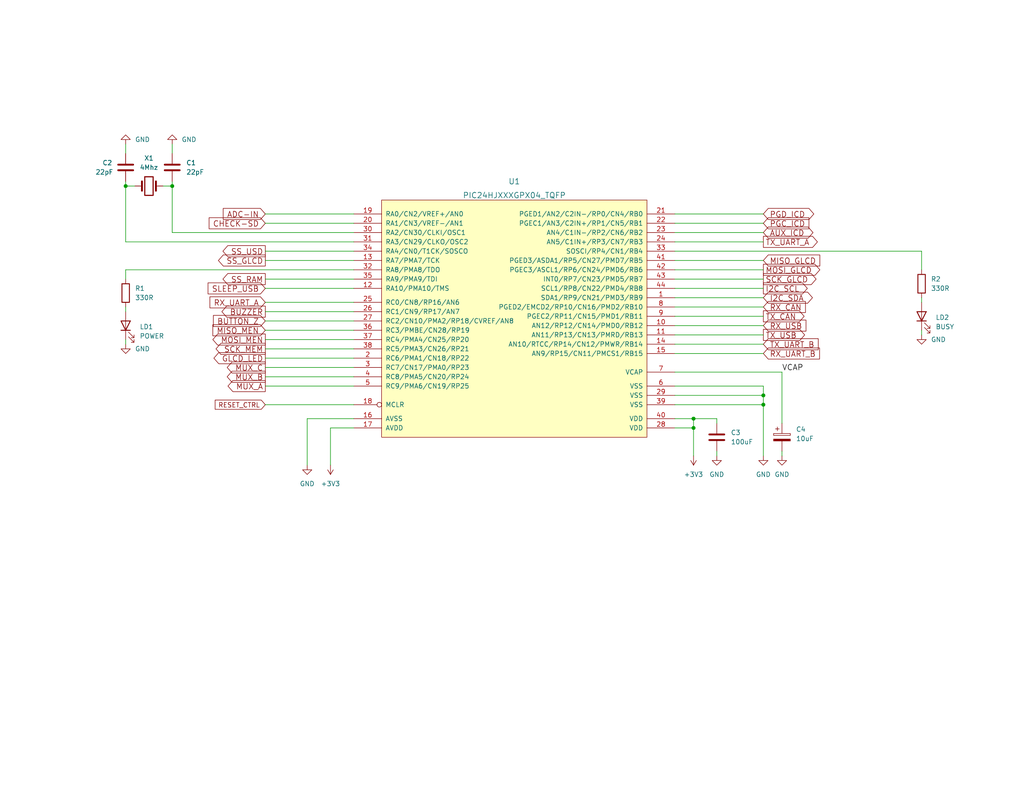
<source format=kicad_sch>
(kicad_sch (version 20230121) (generator eeschema)
  (paper "USLetter")
  (title_block (title "GAME//CAT Rev.B") (date "2022-08-04") (rev "3.5") (company "xDNA Electronics & Design") (comment 1 "MCU: PIC24HJ128GP504"))
  (lib_symbols
    (symbol "Device:C" (pin_numbers hide) (pin_names (offset 0.254))
      (property "Reference" "C" (at 0.635 2.54 0))
      (property "Value" "C" (at 0.635 -2.54 0))
      (symbol "C_0_1"
        (polyline (pts (xy -2.032 -0.762) (xy 2.032 -0.762)) (stroke (width 0.508)))
        (polyline (pts (xy -2.032 0.762) (xy 2.032 0.762)) (stroke (width 0.508)))
      )
      (symbol "C_1_1"
        (pin passive line (at 0 3.81 270) (length 2.794) (name "~") (number "1"))
        (pin passive line (at 0 -3.81 90) (length 2.794) (name "~") (number "2"))
      )
    )
    (symbol "Device:C_Polarized" (pin_numbers hide) (pin_names (offset 0.254))
      (property "Reference" "C" (at 0.635 2.54 0))
      (property "Value" "C_Polarized" (at 0.635 -2.54 0))
      (symbol "C_Polarized_0_1"
        (rectangle (start -2.286 0.508) (end 2.286 1.016))
        (polyline (pts (xy -1.778 2.286) (xy -0.762 2.286)))
        (polyline (pts (xy -1.27 2.794) (xy -1.27 1.778)))
        (rectangle (start 2.286 -0.508) (end -2.286 -1.016) (fill (type outline)))
      )
      (symbol "C_Polarized_1_1"
        (pin passive line (at 0 3.81 270) (length 2.794) (name "~") (number "1"))
        (pin passive line (at 0 -3.81 90) (length 2.794) (name "~") (number "2"))
      )
    )
    (symbol "Device:Crystal" (pin_numbers hide) (pin_names (offset 1.016) hide)
      (property "Reference" "Y" (at 0 3.81 0))
      (property "Value" "Crystal" (at 0 -3.81 0))
      (symbol "Crystal_0_1"
        (rectangle (start -1.143 2.54) (end 1.143 -2.54) (stroke (width 0.3048)))
        (polyline (pts (xy -2.54 0) (xy -1.905 0)))
        (polyline (pts (xy -1.905 -1.27) (xy -1.905 1.27)) (stroke (width 0.508)))
        (polyline (pts (xy 1.905 -1.27) (xy 1.905 1.27)) (stroke (width 0.508)))
        (polyline (pts (xy 2.54 0) (xy 1.905 0)))
      )
      (symbol "Crystal_1_1"
        (pin passive line (at -3.81 0 0) (length 1.27) (name "1") (number "1"))
        (pin passive line (at 3.81 0 180) (length 1.27) (name "2") (number "2"))
      )
    )
    (symbol "Device:LED" (pin_numbers hide) (pin_names (offset 1.016) hide)
      (property "Reference" "D" (at 0 2.54 0))
      (property "Value" "LED" (at 0 -2.54 0))
      (symbol "LED_0_1"
        (polyline (pts (xy -1.27 -1.27) (xy -1.27 1.27)) (stroke (width 0.254)))
        (polyline (pts (xy -1.27 0) (xy 1.27 0)))
        (polyline (pts (xy 1.27 -1.27) (xy 1.27 1.27) (xy -1.27 0) (xy 1.27 -1.27)) (stroke (width 0.254)))
        (polyline (pts (xy -3.048 -0.762) (xy -4.572 -2.286) (xy -3.81 -2.286) (xy -4.572 -2.286) (xy -4.572 -1.524)))
        (polyline (pts (xy -1.778 -0.762) (xy -3.302 -2.286) (xy -2.54 -2.286) (xy -3.302 -2.286) (xy -3.302 -1.524)))
      )
      (symbol "LED_1_1"
        (pin passive line (at -3.81 0 0) (length 2.54) (name "K") (number "1"))
        (pin passive line (at 3.81 0 180) (length 2.54) (name "A") (number "2"))
      )
    )
    (symbol "Device:R" (pin_numbers hide) (pin_names (offset 0))
      (property "Reference" "R" (at 2.032 0 90))
      (property "Value" "R" (at 0 0 90))
      (symbol "R_0_1"
        (rectangle (start -1.016 -2.54) (end 1.016 2.54) (stroke (width 0.254)))
      )
      (symbol "R_1_1"
        (pin passive line (at 0 3.81 270) (length 1.27) (name "~") (number "1"))
        (pin passive line (at 0 -3.81 90) (length 1.27) (name "~") (number "2"))
      )
    )
    (symbol "PIC24HJXXXGPX04_TQFP_1" (pin_names (offset 1.016))
      (property "Reference" "U" (at -34.29 36.83 0))
      (property "Value" "PIC24HJXXXGPX04_TQFP_1" (at 17.78 36.83 0))
      (symbol "PIC24HJXXXGPX04_TQFP_1_0_1"
        (rectangle (start -36.83 34.29) (end 35.56 -30.48) (fill (type background)))
      )
      (symbol "PIC24HJXXXGPX04_TQFP_1_1_1"
        (pin input line (at 43.18 7.62 180) (length 7.62) (name "SDA1/RP9/CN21/PMD3/RB9") (number "1"))
        (pin input line (at 43.18 0 180) (length 7.62) (name "AN12/RP12/CN14/PMD0/RB12") (number "10"))
        (pin input line (at 43.18 -2.54 180) (length 7.62) (name "AN11/RP13/CN13/PMRD/RB13") (number "11"))
        (pin input line (at -44.45 10.16 0) (length 7.62) (name "RA10/PMA10/TMS") (number "12"))
        (pin input line (at -44.45 17.78 0) (length 7.62) (name "RA7/PMA7/TCK") (number "13"))
        (pin input line (at 43.18 -5.08 180) (length 7.62) (name "AN10/RTCC/RP14/CN12/PMWR/RB14") (number "14"))
        (pin input line (at 43.18 -7.62 180) (length 7.62) (name "AN9/RP15/CN11/PMCS1/RB15") (number "15"))
        (pin power_in line (at -44.45 -25.4 0) (length 7.62) (name "AVSS") (number "16"))
        (pin power_in line (at -44.45 -27.94 0) (length 7.62) (name "AVDD") (number "17"))
        (pin power_in inverted (at -44.45 -21.59 0) (length 7.62) (name "MCLR") (number "18"))
        (pin input line (at -44.45 30.48 0) (length 7.62) (name "RA0/CN2/VREF+/AN0") (number "19"))
        (pin input line (at -44.45 -8.89 0) (length 7.62) (name "RC6/PMA1/CN18/RP22") (number "2"))
        (pin input line (at -44.45 27.94 0) (length 7.62) (name "RA1/CN3/VREF-/AN1") (number "20"))
        (pin input line (at 43.18 30.48 180) (length 7.62) (name "PGED1/AN2/C2IN-/RP0/CN4/RB0") (number "21"))
        (pin input line (at 43.18 27.94 180) (length 7.62) (name "PGEC1/AN3/C2IN+/RP1/CN5/RB1") (number "22"))
        (pin input line (at 43.18 25.4 180) (length 7.62) (name "AN4/C1IN-/RP2/CN6/RB2") (number "23"))
        (pin input line (at 43.18 22.86 180) (length 7.62) (name "AN5/C1IN+/RP3/CN7/RB3") (number "24"))
        (pin input line (at -44.45 6.35 0) (length 7.62) (name "RC0/CN8/RP16/AN6") (number "25"))
        (pin input line (at -44.45 3.81 0) (length 7.62) (name "RC1/CN9/RP17/AN7") (number "26"))
        (pin input line (at -44.45 1.27 0) (length 7.62) (name "RC2/CN10/PMA2/RP18/CVREF/AN8") (number "27"))
        (pin power_in line (at 43.18 -27.94 180) (length 7.62) (name "VDD") (number "28"))
        (pin power_in line (at 43.18 -19.05 180) (length 7.62) (name "VSS") (number "29"))
        (pin input line (at -44.45 -11.43 0) (length 7.62) (name "RC7/CN17/PMA0/RP23") (number "3"))
        (pin input line (at -44.45 25.4 0) (length 7.62) (name "RA2/CN30/CLKI/OSC1") (number "30"))
        (pin input line (at -44.45 22.86 0) (length 7.62) (name "RA3/CN29/CLKO/OSC2") (number "31"))
        (pin input line (at -44.45 15.24 0) (length 7.62) (name "RA8/PMA8/TDO") (number "32"))
        (pin input line (at 43.18 20.32 180) (length 7.62) (name "SOSCI/RP4/CN1/RB4") (number "33"))
        (pin input line (at -44.45 20.32 0) (length 7.62) (name "RA4/CN0/T1CK/SOSCO") (number "34"))
        (pin input line (at -44.45 12.7 0) (length 7.62) (name "RA9/PMA9/TDI") (number "35"))
        (pin input line (at -44.45 -1.27 0) (length 7.62) (name "RC3/PMBE/CN28/RP19") (number "36"))
        (pin input line (at -44.45 -3.81 0) (length 7.62) (name "RC4/PMA4/CN25/RP20") (number "37"))
        (pin input line (at -44.45 -6.35 0) (length 7.62) (name "RC5/PMA3/CN26/RP21") (number "38"))
        (pin power_in line (at 43.18 -21.59 180) (length 7.62) (name "VSS") (number "39"))
        (pin input line (at -44.45 -13.97 0) (length 7.62) (name "RC8/PMA5/CN20/RP24") (number "4"))
        (pin power_in line (at 43.18 -25.4 180) (length 7.62) (name "VDD") (number "40"))
        (pin input line (at 43.18 17.78 180) (length 7.62) (name "PGED3/ASDA1/RP5/CN27/PMD7/RB5") (number "41"))
        (pin input line (at 43.18 15.24 180) (length 7.62) (name "PGEC3/ASCL1/RP6/CN24/PMD6/RB6") (number "42"))
        (pin input line (at 43.18 12.7 180) (length 7.62) (name "INT0/RP7/CN23/PMD5/RB7") (number "43"))
        (pin input line (at 43.18 10.16 180) (length 7.62) (name "SCL1/RP8/CN22/PMD4/RB8") (number "44"))
        (pin input line (at -44.45 -16.51 0) (length 7.62) (name "RC9/PMA6/CN19/RP25") (number "5"))
        (pin power_in line (at 43.18 -16.51 180) (length 7.62) (name "VSS") (number "6"))
        (pin power_out line (at 43.18 -12.7 180) (length 7.62) (name "VCAP") (number "7"))
        (pin input line (at 43.18 5.08 180) (length 7.62) (name "PGED2/EMCD2/RP10/CN16/PMD2/RB10") (number "8"))
        (pin input line (at 43.18 2.54 180) (length 7.62) (name "PGEC2/RP11/CN15/PMD1/RB11") (number "9"))
      )
    )
    (symbol "power:+3.3V" (power) (pin_names (offset 0))
      (property "Value" "+3.3V" (at 0 3.556 0))
      (symbol "+3.3V_0_1"
        (polyline (pts (xy -0.762 1.27) (xy 0 2.54)))
        (polyline (pts (xy 0 0) (xy 0 2.54)))
        (polyline (pts (xy 0 2.54) (xy 0.762 1.27)))
      )
      (symbol "+3.3V_1_1"
        (pin power_in line (at 0 0 90) (length 0) hide (name "+3V3") (number "1"))
      )
    )
    (symbol "power:GND" (power) (pin_names (offset 0))
      (property "Value" "GND" (at 0 -3.81 0))
      (symbol "GND_0_1"
        (polyline (pts (xy 0 0) (xy 0 -1.27) (xy 1.27 -1.27) (xy 0 -2.54) (xy -1.27 -1.27) (xy 0 -1.27)))
      )
      (symbol "GND_1_1"
        (pin power_in line (at 0 0 270) (length 0) hide (name "GND") (number "1"))
      )
    )
  )
  (junction (at 208.28 110.49))
  (junction (at 34.29 50.8))
  (junction (at 46.99 50.8))
  (junction (at 189.23 114.3))
  (junction (at 208.28 107.95))
  (junction (at 189.23 116.84))
  (wire (pts (xy 184.15 78.74) (xy 208.28 78.74)))
  (wire (pts (xy 189.23 116.84) (xy 189.23 124.46)))
  (wire (pts (xy 34.29 49.53) (xy 34.29 50.8)))
  (wire (pts (xy 72.39 82.55) (xy 96.52 82.55)))
  (wire (pts (xy 72.39 92.71) (xy 96.52 92.71)))
  (wire (pts (xy 213.36 123.19) (xy 213.36 124.46)))
  (wire (pts (xy 46.99 39.37) (xy 46.99 41.91)))
  (wire (pts (xy 251.46 68.58) (xy 251.46 73.66)))
  (wire (pts (xy 184.15 91.44) (xy 208.28 91.44)))
  (wire (pts (xy 72.39 95.25) (xy 96.52 95.25)))
  (wire (pts (xy 34.29 66.04) (xy 96.52 66.04)))
  (wire (pts (xy 184.15 73.66) (xy 208.28 73.66)))
  (wire (pts (xy 184.15 83.82) (xy 208.28 83.82)))
  (wire (pts (xy 72.39 87.63) (xy 96.52 87.63)))
  (wire (pts (xy 90.17 127) (xy 90.17 116.84)))
  (wire (pts (xy 46.99 63.5) (xy 96.52 63.5)))
  (wire (pts (xy 34.29 73.66) (xy 96.52 73.66)))
  (wire (pts (xy 184.15 58.42) (xy 208.28 58.42)))
  (wire (pts (xy 72.39 97.79) (xy 96.52 97.79)))
  (wire (pts (xy 184.15 76.2) (xy 208.28 76.2)))
  (wire (pts (xy 46.99 49.53) (xy 46.99 50.8)))
  (wire (pts (xy 34.29 39.37) (xy 34.29 41.91)))
  (wire (pts (xy 189.23 114.3) (xy 189.23 116.84)))
  (wire (pts (xy 208.28 107.95) (xy 208.28 110.49)))
  (wire (pts (xy 251.46 81.28) (xy 251.46 82.55)))
  (wire (pts (xy 72.39 71.12) (xy 96.52 71.12)))
  (wire (pts (xy 184.15 101.6) (xy 213.36 101.6)))
  (wire (pts (xy 184.15 71.12) (xy 208.28 71.12)))
  (wire (pts (xy 184.15 86.36) (xy 208.28 86.36)))
  (wire (pts (xy 72.39 105.41) (xy 96.52 105.41)))
  (wire (pts (xy 184.15 114.3) (xy 189.23 114.3)))
  (wire (pts (xy 34.29 50.8) (xy 34.29 66.04)))
  (wire (pts (xy 195.58 114.3) (xy 195.58 115.57)))
  (wire (pts (xy 72.39 76.2) (xy 96.52 76.2)))
  (wire (pts (xy 184.15 105.41) (xy 208.28 105.41)))
  (wire (pts (xy 72.39 102.87) (xy 96.52 102.87)))
  (wire (pts (xy 44.45 50.8) (xy 46.99 50.8)))
  (wire (pts (xy 184.15 81.28) (xy 208.28 81.28)))
  (wire (pts (xy 184.15 66.04) (xy 208.28 66.04)))
  (wire (pts (xy 83.82 114.3) (xy 96.52 114.3)))
  (wire (pts (xy 34.29 92.71) (xy 34.29 93.98)))
  (wire (pts (xy 34.29 73.66) (xy 34.29 76.2)))
  (wire (pts (xy 72.39 60.96) (xy 96.52 60.96)))
  (wire (pts (xy 72.39 110.49) (xy 96.52 110.49)))
  (wire (pts (xy 184.15 68.58) (xy 251.46 68.58)))
  (wire (pts (xy 184.15 110.49) (xy 208.28 110.49)))
  (wire (pts (xy 46.99 50.8) (xy 46.99 63.5)))
  (wire (pts (xy 184.15 116.84) (xy 189.23 116.84)))
  (wire (pts (xy 184.15 88.9) (xy 208.28 88.9)))
  (wire (pts (xy 184.15 60.96) (xy 208.28 60.96)))
  (wire (pts (xy 34.29 50.8) (xy 36.83 50.8)))
  (wire (pts (xy 184.15 96.52) (xy 208.28 96.52)))
  (wire (pts (xy 90.17 116.84) (xy 96.52 116.84)))
  (wire (pts (xy 213.36 101.6) (xy 213.36 115.57)))
  (wire (pts (xy 251.46 90.17) (xy 251.46 91.44)))
  (wire (pts (xy 72.39 68.58) (xy 96.52 68.58)))
  (wire (pts (xy 184.15 63.5) (xy 208.28 63.5)))
  (wire (pts (xy 184.15 107.95) (xy 208.28 107.95)))
  (wire (pts (xy 72.39 100.33) (xy 96.52 100.33)))
  (wire (pts (xy 83.82 127) (xy 83.82 114.3)))
  (wire (pts (xy 184.15 93.98) (xy 208.28 93.98)))
  (wire (pts (xy 72.39 58.42) (xy 96.52 58.42)))
  (wire (pts (xy 195.58 123.19) (xy 195.58 124.46)))
  (wire (pts (xy 72.39 85.09) (xy 96.52 85.09)))
  (wire (pts (xy 189.23 114.3) (xy 195.58 114.3)))
  (wire (pts (xy 72.39 78.74) (xy 96.52 78.74)))
  (wire (pts (xy 208.28 110.49) (xy 208.28 124.46)))
  (wire (pts (xy 34.29 83.82) (xy 34.29 85.09)))
  (wire (pts (xy 208.28 105.41) (xy 208.28 107.95)))
  (wire (pts (xy 72.39 90.17) (xy 96.52 90.17)))
  (label "VCAP" (at 213.36 101.6 0) (effects (font (size 1.524 1.524))))
  (global_label "I2C_SCL" (shape output) (at 208.28 78.74 0) (effects (font (size 1.524 1.524))) (property "Intersheetrefs" "${INTERSHEET_REFS}" (effects hide)))
  (global_label "TX_USB" (shape output) (at 208.28 91.44 0) (effects (font (size 1.524 1.524))) (property "Intersheetrefs" "${INTERSHEET_REFS}" (effects hide)))
  (global_label "SS_RAM" (shape output) (at 72.39 76.2 180) (effects (font (size 1.524 1.524))) (property "Intersheetrefs" "${INTERSHEET_REFS}" (effects hide)))
  (global_label "BUZZER" (shape output) (at 72.39 85.09 180) (effects (font (size 1.524 1.524))) (property "Intersheetrefs" "${INTERSHEET_REFS}" (effects hide)))
  (global_label "SS_USD" (shape output) (at 72.39 68.58 180) (effects (font (size 1.524 1.524))) (property "Intersheetrefs" "${INTERSHEET_REFS}" (effects hide)))
  (global_label "I2C_SDA" (shape bidirectional) (at 208.28 81.28 0) (effects (font (size 1.524 1.524))) (property "Intersheetrefs" "${INTERSHEET_REFS}" (effects hide)))
  (global_label "MISO_GLCD" (shape input) (at 208.28 71.12 0) (effects (font (size 1.524 1.524))) (property "Intersheetrefs" "${INTERSHEET_REFS}" (effects hide)))
  (global_label "BUTTON_Z" (shape input) (at 72.39 87.63 180) (effects (font (size 1.524 1.524))) (property "Intersheetrefs" "${INTERSHEET_REFS}" (effects hide)))
  (global_label "RESET_CTRL" (shape input) (at 72.39 110.49 180) (property "Intersheetrefs" "${INTERSHEET_REFS}" (effects hide)) (property "Referencias entre hojas" "${INTERSHEET_REFS}" (effects hide)))
  (global_label "MISO_MEN" (shape input) (at 72.39 90.17 180) (effects (font (size 1.524 1.524))) (property "Intersheetrefs" "${INTERSHEET_REFS}" (effects hide)))
  (global_label "TX_UART_A" (shape output) (at 208.28 66.04 0) (effects (font (size 1.524 1.524))) (property "Intersheetrefs" "${INTERSHEET_REFS}" (effects hide)))
  (global_label "ADC-IN" (shape input) (at 72.39 58.42 180) (effects (font (size 1.524 1.524))) (property "Intersheetrefs" "${INTERSHEET_REFS}" (effects hide)))
  (global_label "MUX_A" (shape output) (at 72.39 105.41 180) (effects (font (size 1.524 1.524))) (property "Intersheetrefs" "${INTERSHEET_REFS}" (effects hide)))
  (global_label "CHECK-SD" (shape input) (at 72.39 60.96 180) (effects (font (size 1.524 1.524))) (property "Intersheetrefs" "${INTERSHEET_REFS}" (effects hide)))
  (global_label "RX_CAN" (shape input) (at 208.28 83.82 0) (effects (font (size 1.524 1.524))) (property "Intersheetrefs" "${INTERSHEET_REFS}" (effects hide)))
  (global_label "SS_GLCD" (shape output) (at 72.39 71.12 180) (effects (font (size 1.524 1.524))) (property "Intersheetrefs" "${INTERSHEET_REFS}" (effects hide)))
  (global_label "TX_UART_B" (shape input) (at 208.28 93.98 0) (effects (font (size 1.524 1.524))) (property "Intersheetrefs" "${INTERSHEET_REFS}" (effects hide)))
  (global_label "RX_USB" (shape input) (at 208.28 88.9 0) (effects (font (size 1.524 1.524))) (property "Intersheetrefs" "${INTERSHEET_REFS}" (effects hide)))
  (global_label "AUX_ICD" (shape bidirectional) (at 208.28 63.5 0) (effects (font (size 1.524 1.524))) (property "Intersheetrefs" "${INTERSHEET_REFS}" (effects hide)))
  (global_label "SLEEP_USB" (shape input) (at 72.39 78.74 180) (effects (font (size 1.524 1.524))) (property "Intersheetrefs" "${INTERSHEET_REFS}" (effects hide)))
  (global_label "MOSI_GLCD" (shape output) (at 208.28 73.66 0) (effects (font (size 1.524 1.524))) (property "Intersheetrefs" "${INTERSHEET_REFS}" (effects hide)))
  (global_label "SCK_GLCD" (shape output) (at 208.28 76.2 0) (effects (font (size 1.524 1.524))) (property "Intersheetrefs" "${INTERSHEET_REFS}" (effects hide)))
  (global_label "PGD_ICD" (shape bidirectional) (at 208.28 58.42 0) (effects (font (size 1.524 1.524))) (property "Intersheetrefs" "${INTERSHEET_REFS}" (effects hide)))
  (global_label "MOSI_MEN" (shape output) (at 72.39 92.71 180) (effects (font (size 1.524 1.524))) (property "Intersheetrefs" "${INTERSHEET_REFS}" (effects hide)))
  (global_label "MUX_B" (shape output) (at 72.39 102.87 180) (effects (font (size 1.524 1.524))) (property "Intersheetrefs" "${INTERSHEET_REFS}" (effects hide)))
  (global_label "GLCD_LED" (shape output) (at 72.39 97.79 180) (effects (font (size 1.524 1.524))) (property "Intersheetrefs" "${INTERSHEET_REFS}" (effects hide)))
  (global_label "MUX_C" (shape output) (at 72.39 100.33 180) (effects (font (size 1.524 1.524))) (property "Intersheetrefs" "${INTERSHEET_REFS}" (effects hide)))
  (global_label "RX_UART_A" (shape input) (at 72.39 82.55 180) (effects (font (size 1.524 1.524))) (property "Intersheetrefs" "${INTERSHEET_REFS}" (effects hide)))
  (global_label "SCK_MEM" (shape output) (at 72.39 95.25 180) (effects (font (size 1.524 1.524))) (property "Intersheetrefs" "${INTERSHEET_REFS}" (effects hide)))
  (global_label "PGC_ICD" (shape input) (at 208.28 60.96 0) (effects (font (size 1.524 1.524))) (property "Intersheetrefs" "${INTERSHEET_REFS}" (effects hide)))
  (global_label "TX_CAN" (shape output) (at 208.28 86.36 0) (effects (font (size 1.524 1.524))) (property "Intersheetrefs" "${INTERSHEET_REFS}" (effects hide)))
  (global_label "RX_UART_B" (shape input) (at 208.28 96.52 0) (effects (font (size 1.524 1.524))) (property "Intersheetrefs" "${INTERSHEET_REFS}" (effects hide)))
  (symbol (lib_id "Device:C") (at 195.58 119.38 0) (unit 1)
    (property "Reference" "C3" (at 199.39 118.1099 0) (effects (justify left)))
    (property "Value" "100uF" (at 199.39 120.6499 0) (effects (justify left)))
    (property "Footprint" "Capacitor_SMD:C_0805_2012Metric" (effects hide))
  )
  (symbol (lib_id "Device:Crystal") (at 40.64 50.8 0) (unit 1)
    (property "Reference" "X1" (at 40.64 43.18 0))
    (property "Value" "4Mhz" (at 40.64 45.72 0))
    (property "Footprint" "Crystal:Crystal_SMD_HC49-SD" (effects hide))
  )
  (symbol (lib_id "power:+3.3V") (at 189.23 124.46 180) (unit 1)
    (property "Reference" "#PWR?" (effects hide))
    (property "Value" "+3.3V" (at 189.23 129.54 0))
  )
  (symbol (lib_id "Device:C_Polarized") (at 213.36 119.38 0) (unit 1)
    (property "Reference" "C4" (at 217.17 117.2209 0) (effects (justify left)))
    (property "Value" "10uF" (at 217.17 119.7609 0) (effects (justify left)))
    (property "Footprint" "Capacitor_Tantalum_SMD:CP_EIA-3216-18_Kemet-A" (effects hide))
  )
  (symbol (lib_id "Device:LED") (at 34.29 88.9 90) (unit 1)
    (property "Reference" "LD1" (at 38.1 89.2174 90) (effects (justify right)))
    (property "Value" "POWER" (at 38.1 91.7574 90) (effects (justify right)))
    (property "Footprint" "LED_SMD:LED_1206_3216Metric" (effects hide))
  )
  (symbol (lib_id "power:GND") (at 208.28 124.46 0) (unit 1)
    (property "Reference" "#PWR?" (effects hide))
    (property "Value" "GND" (at 208.28 129.54 0))
  )
  (symbol (lib_name "PIC24HJXXXGPX04_TQFP_1") (lib_id "x_microcontrollers:PIC24HJXXXGPX04_TQFP") (at 140.97 88.9 0) (unit 1)
    (property "Reference" "U1" (at 140.335 49.53 0) (effects (font (size 1.524 1.524))))
    (property "Value" "PIC24HJXXXGPX04_TQFP" (at 140.335 53.34 0) (effects (font (size 1.524 1.524))))
    (property "Footprint" "Package_QFP:TQFP-44_10x10mm_P0.8mm" (effects hide))
    (property "Datasheet" "http://ww1.microchip.com/downloads/en/DeviceDoc/70293G.pdf" (effects hide))
  )
  (symbol (lib_id "Device:C") (at 34.29 45.72 0) (mirror y) (unit 1)
    (property "Reference" "C2" (at 27.94 44.45 0) (effects (justify right)))
    (property "Value" "22pF" (at 26.035 46.99 0) (effects (justify right)))
    (property "Footprint" "Capacitor_SMD:C_0805_2012Metric" (effects hide))
  )
  (symbol (lib_id "power:GND") (at 46.99 39.37 180) (unit 1)
    (property "Reference" "#PWR?" (effects hide))
    (property "Value" "GND" (at 49.53 38.0999 0) (effects (justify right)))
  )
  (symbol (lib_id "power:GND") (at 195.58 124.46 0) (unit 1)
    (property "Reference" "#PWR?" (effects hide))
    (property "Value" "GND" (at 195.58 129.54 0))
  )
  (symbol (lib_id "Device:R") (at 34.29 80.01 0) (unit 1)
    (property "Reference" "R1" (at 36.83 78.7399 0) (effects (justify left)))
    (property "Value" "330R" (at 36.83 81.2799 0) (effects (justify left)))
    (property "Footprint" "Resistor_SMD:R_1206_3216Metric" (effects hide))
  )
  (symbol (lib_id "power:GND") (at 83.82 127 0) (unit 1)
    (property "Reference" "#PWR?" (effects hide))
    (property "Value" "GND" (at 83.82 132.08 0))
  )
  (symbol (lib_id "Device:C") (at 46.99 45.72 180) (unit 1)
    (property "Reference" "C1" (at 50.8 44.4499 0) (effects (justify right)))
    (property "Value" "22pF" (at 50.8 46.9899 0) (effects (justify right)))
    (property "Footprint" "Capacitor_SMD:C_0805_2012Metric" (effects hide))
  )
  (symbol (lib_id "power:+3.3V") (at 90.17 127 180) (unit 1)
    (property "Reference" "#PWR?" (effects hide))
    (property "Value" "+3.3V" (at 90.17 132.08 0))
  )
  (symbol (lib_id "power:GND") (at 251.46 91.44 0) (unit 1)
    (property "Reference" "#PWR?" (effects hide))
    (property "Value" "GND" (at 254 92.7099 0) (effects (justify left)))
  )
  (symbol (lib_id "power:GND") (at 213.36 124.46 0) (unit 1)
    (property "Reference" "#PWR?" (effects hide))
    (property "Value" "GND" (at 213.36 129.54 0))
  )
  (symbol (lib_id "power:GND") (at 34.29 93.98 0) (unit 1)
    (property "Reference" "#PWR?" (effects hide))
    (property "Value" "GND" (at 36.83 95.2499 0) (effects (justify left)))
  )
  (symbol (lib_id "Device:R") (at 251.46 77.47 0) (unit 1)
    (property "Reference" "R2" (at 254 76.1999 0) (effects (justify left)))
    (property "Value" "330R" (at 254 78.7399 0) (effects (justify left)))
    (property "Footprint" "Resistor_SMD:R_1206_3216Metric" (effects hide))
  )
  (symbol (lib_id "power:GND") (at 34.29 39.37 180) (unit 1)
    (property "Reference" "#PWR?" (effects hide))
    (property "Value" "GND" (at 36.83 38.0999 0) (effects (justify right)))
  )
  (symbol (lib_id "Device:LED") (at 251.46 86.36 90) (unit 1)
    (property "Reference" "LD2" (at 255.27 86.6774 90) (effects (justify right)))
    (property "Value" "BUSY" (at 255.27 89.2174 90) (effects (justify right)))
    (property "Footprint" "LED_SMD:LED_1206_3216Metric" (effects hide))
  )
)
</source>
